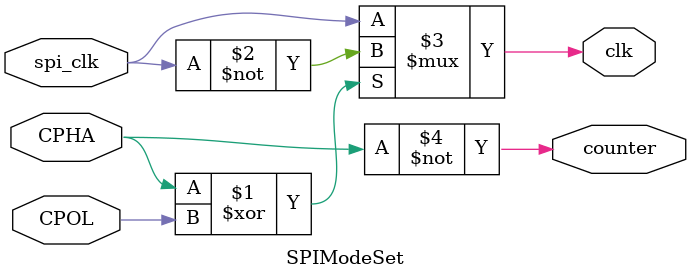
<source format=v>
module SPIModeSet(
	input spi_clk,
	input CPHA,
	input CPOL,
	output counter,
	output clk
);

assign clk = (CPHA^CPOL)?~spi_clk:spi_clk;
assign counter = ~CPHA;

endmodule

</source>
